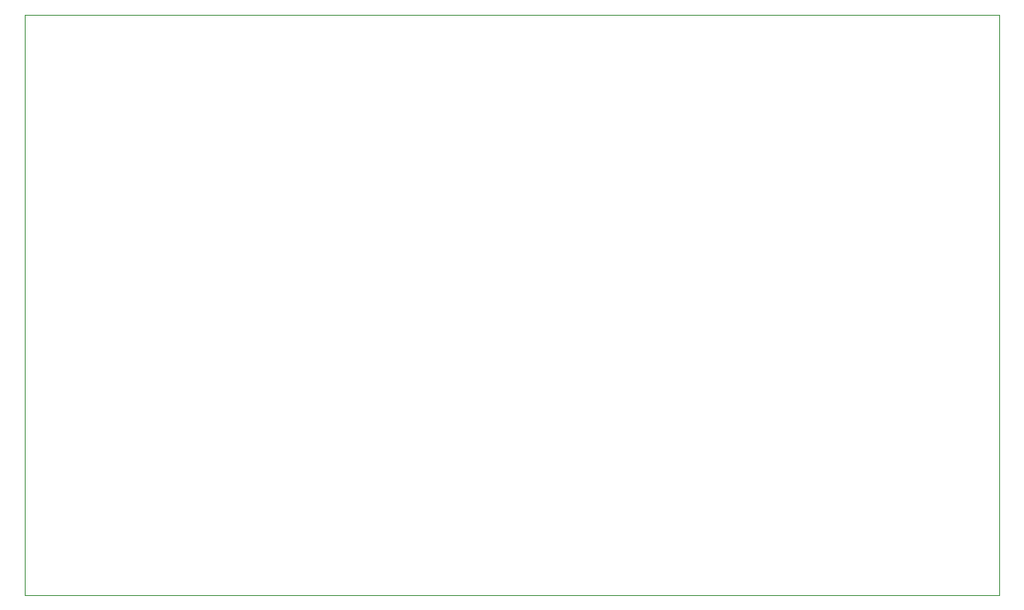
<source format=gbr>
%TF.GenerationSoftware,KiCad,Pcbnew,9.0.2*%
%TF.CreationDate,2025-05-30T01:47:42-07:00*%
%TF.ProjectId,pixelpad,70697865-6c70-4616-942e-6b696361645f,rev?*%
%TF.SameCoordinates,Original*%
%TF.FileFunction,Profile,NP*%
%FSLAX46Y46*%
G04 Gerber Fmt 4.6, Leading zero omitted, Abs format (unit mm)*
G04 Created by KiCad (PCBNEW 9.0.2) date 2025-05-30 01:47:42*
%MOMM*%
%LPD*%
G01*
G04 APERTURE LIST*
%TA.AperFunction,Profile*%
%ADD10C,0.050000*%
%TD*%
G04 APERTURE END LIST*
D10*
X84534304Y-22621856D02*
X184496808Y-22621856D01*
X184496808Y-82153108D01*
X84534304Y-82153108D01*
X84534304Y-22621856D01*
M02*

</source>
